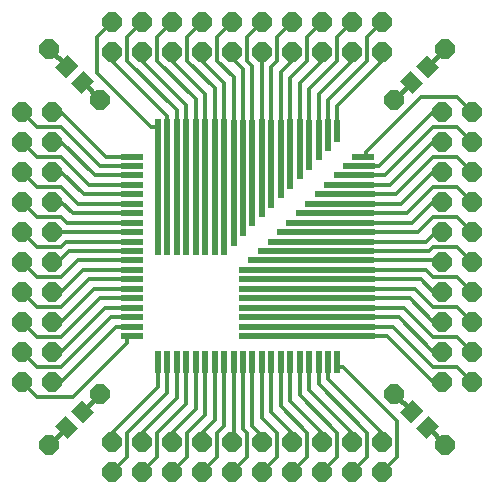
<source format=gbr>
G04 EAGLE Gerber RS-274X export*
G75*
%MOMM*%
%FSLAX34Y34*%
%LPD*%
%INTop Copper*%
%IPPOS*%
%AMOC8*
5,1,8,0,0,1.08239X$1,22.5*%
G01*
%ADD10R,1.900000X0.550000*%
%ADD11R,0.550000X1.900000*%
%ADD12R,11.500000X0.550000*%
%ADD13R,0.550000X11.500000*%
%ADD14R,0.550000X10.700000*%
%ADD15R,0.550000X9.900000*%
%ADD16R,9.900000X0.550000*%
%ADD17R,9.100000X0.550000*%
%ADD18R,0.550000X9.100000*%
%ADD19R,0.550000X8.300000*%
%ADD20R,8.300000X0.550000*%
%ADD21R,7.500000X0.550000*%
%ADD22R,0.550000X7.500000*%
%ADD23R,10.700000X0.550000*%
%ADD24R,6.700000X0.550000*%
%ADD25R,0.550000X6.700000*%
%ADD26R,0.550000X5.900000*%
%ADD27R,5.900000X0.550000*%
%ADD28R,5.100000X0.550000*%
%ADD29R,0.550000X5.100000*%
%ADD30R,0.550000X4.300000*%
%ADD31R,4.300000X0.550000*%
%ADD32R,3.500000X0.550000*%
%ADD33R,0.550000X3.500000*%
%ADD34R,2.700000X0.550000*%
%ADD35R,0.550000X2.700000*%
%ADD36P,1.759533X8X22.500000*%
%ADD37P,1.759533X8X112.500000*%
%ADD38P,1.759533X8X202.500000*%
%ADD39P,1.759533X8X292.500000*%
%ADD40R,1.300000X1.500000*%
%ADD41C,0.304800*%
%ADD42C,0.406400*%


D10*
X105640Y167640D03*
X105640Y175640D03*
X105640Y183640D03*
X105640Y191640D03*
X105640Y199640D03*
X105640Y207640D03*
X105640Y127640D03*
X105640Y135640D03*
X105640Y143640D03*
X105640Y151640D03*
X105640Y159640D03*
D11*
X127640Y105640D03*
X135640Y105640D03*
X143640Y105640D03*
X151640Y105640D03*
X159640Y105640D03*
X167640Y105640D03*
X183640Y105640D03*
X175640Y105640D03*
X191640Y105640D03*
X199640Y105640D03*
X207640Y105640D03*
X215640Y105640D03*
X223640Y105640D03*
X231640Y105640D03*
X239640Y105640D03*
X247640Y105640D03*
X255640Y105640D03*
X263640Y105640D03*
X271640Y105640D03*
X279640Y105640D03*
D10*
X301640Y279640D03*
X105640Y215640D03*
X105640Y223640D03*
X105640Y231640D03*
X105640Y239640D03*
X105640Y247640D03*
X105640Y255640D03*
X105640Y263640D03*
X105640Y279640D03*
X105640Y271640D03*
D11*
X279640Y301640D03*
D12*
X253640Y127640D03*
X253640Y183640D03*
X253640Y135640D03*
X253640Y143640D03*
X253640Y151640D03*
X253640Y159640D03*
X253640Y167640D03*
X253640Y175640D03*
D13*
X135640Y253640D03*
X183640Y253640D03*
X175640Y253640D03*
X167640Y253640D03*
X159640Y253640D03*
X151640Y253640D03*
X143640Y253640D03*
X127640Y253640D03*
D14*
X191640Y257640D03*
D15*
X199640Y261640D03*
D16*
X261640Y199640D03*
D17*
X265640Y207640D03*
D18*
X207640Y265640D03*
D19*
X215640Y269640D03*
D20*
X269640Y215640D03*
D21*
X273640Y223640D03*
D22*
X223640Y273640D03*
D23*
X257640Y191640D03*
D24*
X277640Y231640D03*
D25*
X231640Y277640D03*
D26*
X239640Y281640D03*
D27*
X281640Y239640D03*
D28*
X285640Y247640D03*
D29*
X247640Y285640D03*
D30*
X255640Y289640D03*
D31*
X289640Y255640D03*
D32*
X293640Y263640D03*
D33*
X263640Y293640D03*
D34*
X297640Y271640D03*
D35*
X271640Y297640D03*
D36*
X88900Y38100D03*
X88900Y12700D03*
X114300Y38100D03*
X114300Y12700D03*
X139700Y38100D03*
X139700Y12700D03*
X165100Y38100D03*
X165100Y12700D03*
X190500Y38100D03*
X190500Y12700D03*
X215900Y38100D03*
X215900Y12700D03*
X241300Y38100D03*
X241300Y12700D03*
X266700Y38100D03*
X266700Y12700D03*
X292100Y38100D03*
X292100Y12700D03*
X317500Y38100D03*
X317500Y12700D03*
D37*
X368300Y88900D03*
X393700Y88900D03*
X368300Y114300D03*
X393700Y114300D03*
X368300Y139700D03*
X393700Y139700D03*
X368300Y165100D03*
X393700Y165100D03*
X368300Y190500D03*
X393700Y190500D03*
X368300Y215900D03*
X393700Y215900D03*
X368300Y241300D03*
X393700Y241300D03*
X368300Y266700D03*
X393700Y266700D03*
X368300Y292100D03*
X393700Y292100D03*
X368300Y317500D03*
X393700Y317500D03*
D38*
X317500Y368300D03*
X317500Y393700D03*
X292100Y368300D03*
X292100Y393700D03*
X266700Y368300D03*
X266700Y393700D03*
X241300Y368300D03*
X241300Y393700D03*
X215900Y368300D03*
X215900Y393700D03*
X190500Y368300D03*
X190500Y393700D03*
X165100Y368300D03*
X165100Y393700D03*
X139700Y368300D03*
X139700Y393700D03*
X114300Y368300D03*
X114300Y393700D03*
X88900Y368300D03*
X88900Y393700D03*
D39*
X38100Y317500D03*
X12700Y317500D03*
X38100Y292100D03*
X12700Y292100D03*
X38100Y266700D03*
X12700Y266700D03*
X38100Y241300D03*
X12700Y241300D03*
X38100Y215900D03*
X12700Y215900D03*
X38100Y190500D03*
X12700Y190500D03*
X38100Y165100D03*
X12700Y165100D03*
X38100Y139700D03*
X12700Y139700D03*
X38100Y114300D03*
X12700Y114300D03*
X38100Y88900D03*
X12700Y88900D03*
D40*
G36*
X60331Y49725D02*
X51139Y40533D01*
X40533Y51139D01*
X49725Y60331D01*
X60331Y49725D01*
G37*
G36*
X73767Y63161D02*
X64575Y53969D01*
X53969Y64575D01*
X63161Y73767D01*
X73767Y63161D01*
G37*
D36*
X35560Y35560D03*
X78740Y78740D03*
D40*
G36*
X64575Y352431D02*
X73767Y343239D01*
X63161Y332633D01*
X53969Y341825D01*
X64575Y352431D01*
G37*
G36*
X51139Y365867D02*
X60331Y356675D01*
X49725Y346069D01*
X40533Y355261D01*
X51139Y365867D01*
G37*
D36*
X78740Y327660D03*
X35560Y370840D03*
D40*
G36*
X341825Y53969D02*
X332633Y63161D01*
X343239Y73767D01*
X352431Y64575D01*
X341825Y53969D01*
G37*
G36*
X355261Y40533D02*
X346069Y49725D01*
X356675Y60331D01*
X365867Y51139D01*
X355261Y40533D01*
G37*
D36*
X327660Y78740D03*
X370840Y35560D03*
D40*
G36*
X352431Y341825D02*
X343239Y332633D01*
X332633Y343239D01*
X341825Y352431D01*
X352431Y341825D01*
G37*
G36*
X365867Y355261D02*
X356675Y346069D01*
X346069Y356675D01*
X355261Y365867D01*
X365867Y355261D01*
G37*
D36*
X327660Y327660D03*
X370840Y370840D03*
D41*
X127640Y105640D02*
X127640Y84460D01*
X88900Y45720D01*
X88900Y38100D01*
X135640Y79760D02*
X135640Y105640D01*
X135640Y79760D02*
X101600Y45720D01*
X101600Y25400D01*
X88900Y12700D01*
X143640Y75060D02*
X143640Y105640D01*
X143640Y75060D02*
X114300Y45720D01*
X114300Y38100D01*
X151640Y70360D02*
X151640Y105640D01*
X151640Y70360D02*
X127000Y45720D01*
X127000Y25400D01*
X114300Y12700D01*
X159640Y65660D02*
X159640Y105640D01*
X159640Y65660D02*
X139700Y45720D01*
X139700Y38100D01*
X167640Y60960D02*
X167640Y105640D01*
X167640Y60960D02*
X152400Y45720D01*
X152400Y25400D01*
X139700Y12700D01*
X175640Y56260D02*
X175640Y105640D01*
X175640Y56260D02*
X165100Y45720D01*
X165100Y38100D01*
X183640Y51560D02*
X183640Y105640D01*
X183640Y51560D02*
X177800Y45720D01*
X177800Y25400D01*
X165100Y12700D01*
X191640Y39240D02*
X191640Y105640D01*
X191640Y39240D02*
X190500Y38100D01*
X199640Y49280D02*
X199640Y105640D01*
X199640Y49280D02*
X203200Y45720D01*
X203200Y25400D01*
X190500Y12700D01*
X207640Y51440D02*
X207640Y105640D01*
X207640Y51440D02*
X215900Y43180D01*
X215900Y38100D01*
X215640Y58680D02*
X215640Y105640D01*
X215640Y58680D02*
X228600Y45720D01*
X228600Y25400D01*
X215900Y12700D01*
X223640Y63380D02*
X223640Y105640D01*
X223640Y63380D02*
X241300Y45720D01*
X241300Y38100D01*
X231640Y68080D02*
X231640Y105640D01*
X231640Y68080D02*
X254000Y45720D01*
X254000Y25400D01*
X241300Y12700D01*
X239640Y72780D02*
X239640Y105640D01*
X239640Y72780D02*
X266700Y45720D01*
X266700Y38100D01*
X247640Y77480D02*
X247640Y105640D01*
X247640Y77480D02*
X279400Y45720D01*
X279400Y25400D01*
X266700Y12700D01*
X255640Y82180D02*
X255640Y105640D01*
X255640Y82180D02*
X292100Y45720D01*
X292100Y38100D01*
X263640Y86880D02*
X263640Y105640D01*
X263640Y86880D02*
X304800Y45720D01*
X304800Y25400D01*
X292100Y12700D01*
X271640Y91580D02*
X271640Y105640D01*
X271640Y91580D02*
X317500Y45720D01*
X317500Y38100D01*
X330200Y25400D02*
X330200Y55880D01*
X330200Y25400D02*
X317500Y12700D01*
X330200Y55880D02*
X284480Y101600D01*
X279640Y101600D01*
X279640Y105640D01*
X253640Y127640D02*
X321940Y127640D01*
X360680Y88900D01*
X368300Y88900D01*
X326640Y135640D02*
X253640Y135640D01*
X326640Y135640D02*
X360680Y101600D01*
X381000Y101600D01*
X393700Y88900D01*
X331340Y143640D02*
X253640Y143640D01*
X331340Y143640D02*
X360680Y114300D01*
X368300Y114300D01*
X336040Y151640D02*
X253640Y151640D01*
X336040Y151640D02*
X360680Y127000D01*
X381000Y127000D01*
X393700Y114300D01*
X340740Y159640D02*
X253640Y159640D01*
X340740Y159640D02*
X360680Y139700D01*
X368300Y139700D01*
X345440Y167640D02*
X253640Y167640D01*
X345440Y167640D02*
X360680Y152400D01*
X381000Y152400D01*
X393700Y139700D01*
X350140Y175640D02*
X253640Y175640D01*
X350140Y175640D02*
X360680Y165100D01*
X368300Y165100D01*
X354840Y183640D02*
X253640Y183640D01*
X354840Y183640D02*
X360680Y177800D01*
X381000Y177800D01*
X393700Y165100D01*
X367160Y191640D02*
X257640Y191640D01*
X367160Y191640D02*
X368300Y190500D01*
X357120Y199640D02*
X261640Y199640D01*
X357120Y199640D02*
X360680Y203200D01*
X381000Y203200D01*
X393700Y190500D01*
X354960Y207640D02*
X265640Y207640D01*
X354960Y207640D02*
X363220Y215900D01*
X368300Y215900D01*
X347720Y215640D02*
X269640Y215640D01*
X347720Y215640D02*
X360680Y228600D01*
X381000Y228600D01*
X393700Y215900D01*
X343020Y223640D02*
X273640Y223640D01*
X343020Y223640D02*
X360680Y241300D01*
X368300Y241300D01*
X338320Y231640D02*
X277640Y231640D01*
X338320Y231640D02*
X360680Y254000D01*
X381000Y254000D01*
X393700Y241300D01*
X333620Y239640D02*
X281640Y239640D01*
X333620Y239640D02*
X360680Y266700D01*
X368300Y266700D01*
X328920Y247640D02*
X285640Y247640D01*
X328920Y247640D02*
X360680Y279400D01*
X381000Y279400D01*
X393700Y266700D01*
X324220Y255640D02*
X289640Y255640D01*
X324220Y255640D02*
X360680Y292100D01*
X368300Y292100D01*
X319520Y263640D02*
X293640Y263640D01*
X319520Y263640D02*
X360680Y304800D01*
X381000Y304800D01*
X393700Y292100D01*
X314820Y271640D02*
X297640Y271640D01*
X314820Y271640D02*
X360680Y317500D01*
X368300Y317500D01*
X350520Y330200D02*
X304180Y283860D01*
X350520Y330200D02*
X381000Y330200D01*
X393700Y317500D01*
X304180Y283860D02*
X304180Y279640D01*
X301640Y279640D01*
X279640Y301640D02*
X279640Y322820D01*
X317500Y360680D01*
X317500Y368300D01*
X271640Y327520D02*
X271640Y297640D01*
X271640Y327520D02*
X304800Y360680D01*
X304800Y381000D01*
X317500Y393700D01*
X263640Y332220D02*
X263640Y293640D01*
X263640Y332220D02*
X292100Y360680D01*
X292100Y368300D01*
X255640Y336920D02*
X255640Y289640D01*
X255640Y336920D02*
X279400Y360680D01*
X279400Y381000D01*
X292100Y393700D01*
X247640Y341620D02*
X247640Y285640D01*
X247640Y341620D02*
X266700Y360680D01*
X266700Y368300D01*
X239640Y346320D02*
X239640Y281640D01*
X239640Y346320D02*
X254000Y360680D01*
X254000Y381000D01*
X266700Y393700D01*
X231640Y351020D02*
X231640Y277640D01*
X231640Y351020D02*
X241300Y360680D01*
X241300Y368300D01*
X223640Y355720D02*
X223640Y273640D01*
X223640Y355720D02*
X228600Y360680D01*
X228600Y381000D01*
X241300Y393700D01*
X215640Y368040D02*
X215640Y269640D01*
X215640Y368040D02*
X215900Y368300D01*
X207640Y356240D02*
X207640Y265640D01*
X207640Y356240D02*
X203200Y360680D01*
X203200Y381000D01*
X215900Y393700D01*
X199640Y354080D02*
X199640Y261640D01*
X199640Y354080D02*
X190500Y363220D01*
X190500Y368300D01*
X191640Y346840D02*
X191640Y257640D01*
X191640Y346840D02*
X177800Y360680D01*
X177800Y381000D01*
X190500Y393700D01*
X183640Y342140D02*
X183640Y253640D01*
X183640Y342140D02*
X165100Y360680D01*
X165100Y368300D01*
X175640Y337440D02*
X175640Y253640D01*
X175640Y337440D02*
X152400Y360680D01*
X152400Y381000D01*
X165100Y393700D01*
X167640Y332740D02*
X167640Y253640D01*
X167640Y332740D02*
X139700Y360680D01*
X139700Y368300D01*
X159640Y328040D02*
X159640Y253640D01*
X159640Y328040D02*
X127000Y360680D01*
X127000Y381000D01*
X139700Y393700D01*
X151640Y323340D02*
X151640Y253640D01*
X151640Y323340D02*
X114300Y360680D01*
X114300Y368300D01*
X143640Y318640D02*
X143640Y253640D01*
X143640Y318640D02*
X101600Y360680D01*
X101600Y381000D01*
X114300Y393700D01*
X135640Y313940D02*
X135640Y253640D01*
X135640Y313940D02*
X88900Y360680D01*
X88900Y368300D01*
X127640Y301620D02*
X127640Y253640D01*
X127640Y301620D02*
X127000Y302260D01*
X121920Y304800D02*
X76200Y350520D01*
X76200Y381000D01*
X88900Y393700D01*
X121920Y304800D02*
X127640Y304800D01*
X127640Y301620D01*
X105640Y279640D02*
X83580Y279640D01*
X45720Y317500D01*
X38100Y317500D01*
X78880Y271640D02*
X105640Y271640D01*
X78880Y271640D02*
X45720Y304800D01*
X25400Y304800D01*
X12700Y317500D01*
X74180Y263640D02*
X105640Y263640D01*
X74180Y263640D02*
X45720Y292100D01*
X38100Y292100D01*
X69480Y255640D02*
X105640Y255640D01*
X69480Y255640D02*
X45720Y279400D01*
X25400Y279400D01*
X12700Y292100D01*
X64780Y247640D02*
X105640Y247640D01*
X64780Y247640D02*
X45720Y266700D01*
X38100Y266700D01*
X60080Y239640D02*
X105640Y239640D01*
X60080Y239640D02*
X45720Y254000D01*
X25400Y254000D01*
X12700Y266700D01*
X55380Y231640D02*
X105640Y231640D01*
X55380Y231640D02*
X45720Y241300D01*
X38100Y241300D01*
X50680Y223640D02*
X105640Y223640D01*
X50680Y223640D02*
X45720Y228600D01*
X25400Y228600D01*
X12700Y241300D01*
X38360Y215640D02*
X105640Y215640D01*
X38360Y215640D02*
X38100Y215900D01*
X50160Y207640D02*
X105640Y207640D01*
X50160Y207640D02*
X45720Y203200D01*
X25400Y203200D01*
X12700Y215900D01*
X52320Y199640D02*
X105640Y199640D01*
X52320Y199640D02*
X43180Y190500D01*
X38100Y190500D01*
X59560Y191640D02*
X105640Y191640D01*
X59560Y191640D02*
X45720Y177800D01*
X25400Y177800D01*
X12700Y190500D01*
X64260Y183640D02*
X105640Y183640D01*
X64260Y183640D02*
X45720Y165100D01*
X38100Y165100D01*
X68960Y175640D02*
X105640Y175640D01*
X68960Y175640D02*
X45720Y152400D01*
X25400Y152400D01*
X12700Y165100D01*
X73660Y167640D02*
X105640Y167640D01*
X73660Y167640D02*
X45720Y139700D01*
X38100Y139700D01*
X78360Y159640D02*
X105640Y159640D01*
X78360Y159640D02*
X45720Y127000D01*
X25400Y127000D01*
X12700Y139700D01*
X83060Y151640D02*
X105640Y151640D01*
X83060Y151640D02*
X45720Y114300D01*
X38100Y114300D01*
X87760Y143640D02*
X105640Y143640D01*
X87760Y143640D02*
X45720Y101600D01*
X25400Y101600D01*
X12700Y114300D01*
X92460Y135640D02*
X105640Y135640D01*
X92460Y135640D02*
X45720Y88900D01*
X38100Y88900D01*
X25400Y76200D02*
X12700Y88900D01*
X25400Y76200D02*
X55880Y76200D01*
X101600Y121920D01*
X101600Y127640D01*
X105640Y127640D01*
D42*
X50432Y50432D02*
X35560Y35560D01*
X63868Y63868D02*
X78740Y78740D01*
X78740Y327660D02*
X63868Y342532D01*
X35560Y370839D02*
X35560Y370840D01*
X35560Y370839D02*
X50432Y355968D01*
X327660Y78740D02*
X342532Y63868D01*
X355968Y50432D02*
X370840Y35560D01*
X327660Y327660D02*
X342532Y342532D01*
X355968Y355968D02*
X370840Y370840D01*
M02*

</source>
